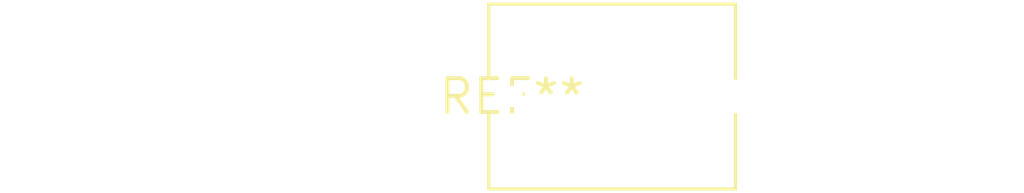
<source format=kicad_pcb>
(kicad_pcb (version 20240108) (generator pcbnew)
  (layers (0 "F.Cu" signal) (31 "B.Cu" signal) (34 "B.Paste" user) (35 "F.Paste" user) (36 "B.SilkS" user "B.Silkscreen") (37 "F.SilkS" user "F.Silkscreen") (38 "B.Mask" user) (39 "F.Mask" user) (44 "Edge.Cuts" user))
  (net 0 "")
  (footprint "C_Rect_L9.0mm_W6.7mm_P7.50mm_MKT" (layer "F.Cu") (at 0 0)
    (property "Reference" "REF**")
    (property "Value" "C_Rect_L9.0mm_W6.7mm_P7.50mm_MKT")
    (fp_line (start -0.87 -3.47) (end -0.87 -0.665) (layer "F.SilkS") (stroke (width 0.12)))
    (fp_line (start -0.87 -3.47) (end 8.37 -3.47) (layer "F.SilkS") (stroke (width 0.12)))
    (fp_line (start -0.87 0.665) (end -0.87 3.47) (layer "F.SilkS") (stroke (width 0.12)))
    (fp_line (start -0.87 3.47) (end 8.37 3.47) (layer "F.SilkS") (stroke (width 0.12)))
    (fp_line (start 8.37 -3.47) (end 8.37 -0.665) (layer "F.SilkS") (stroke (width 0.12)))
    (fp_line (start 8.37 0.665) (end 8.37 3.47) (layer "F.SilkS") (stroke (width 0.12)))
    (pad "1" thru_hole circle (at 0 0) (size 1.6 1.6) (drill 0.8) (layers *.Cu *.Mask) (remove_unused_layers))
    (pad "2" thru_hole circle (at 7.5 0) (size 1.6 1.6) (drill 0.8) (layers *.Cu *.Mask) (remove_unused_layers))
  )
)
</source>
